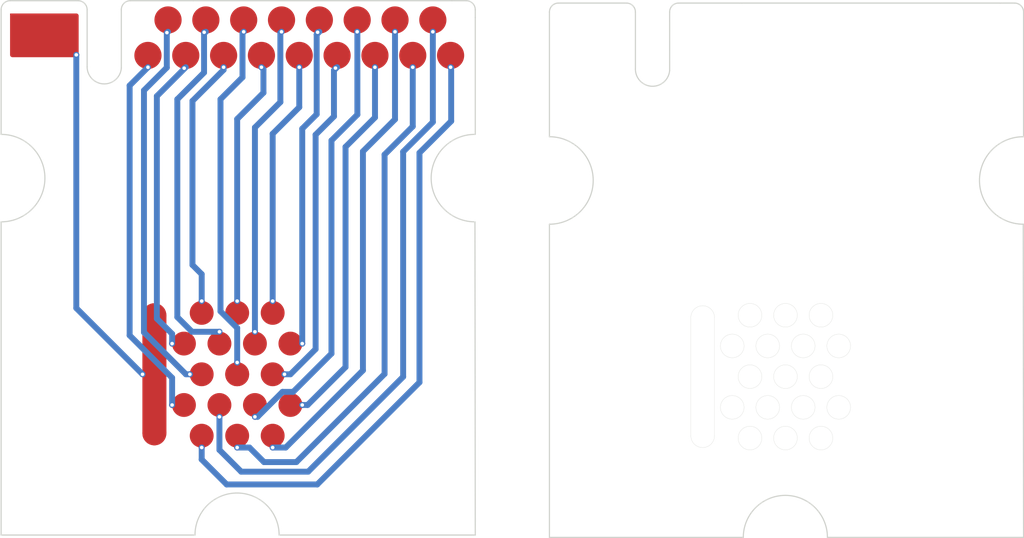
<source format=kicad_pcb>
(kicad_pcb (version 20221018) (generator pcbnew)

  (general
    (thickness 1.6)
  )

  (paper "A4")
  (layers
    (0 "F.Cu" signal)
    (31 "B.Cu" signal)
    (32 "B.Adhes" user "B.Adhesive")
    (33 "F.Adhes" user "F.Adhesive")
    (34 "B.Paste" user)
    (35 "F.Paste" user)
    (36 "B.SilkS" user "B.Silkscreen")
    (37 "F.SilkS" user "F.Silkscreen")
    (38 "B.Mask" user)
    (39 "F.Mask" user)
    (40 "Dwgs.User" user "User.Drawings")
    (41 "Cmts.User" user "User.Comments")
    (42 "Eco1.User" user "User.Eco1")
    (43 "Eco2.User" user "User.Eco2")
    (44 "Edge.Cuts" user)
    (45 "Margin" user)
    (46 "B.CrtYd" user "B.Courtyard")
    (47 "F.CrtYd" user "F.Courtyard")
    (48 "B.Fab" user)
    (49 "F.Fab" user)
    (50 "User.1" user)
    (51 "User.2" user)
    (52 "User.3" user)
    (53 "User.4" user)
    (54 "User.5" user)
    (55 "User.6" user)
    (56 "User.7" user)
    (57 "User.8" user)
    (58 "User.9" user)
  )

  (setup
    (pad_to_mask_clearance 0)
    (aux_axis_origin 40 40)
    (pcbplotparams
      (layerselection 0x00010fc_ffffffff)
      (plot_on_all_layers_selection 0x0000000_00000000)
      (disableapertmacros false)
      (usegerberextensions false)
      (usegerberattributes true)
      (usegerberadvancedattributes true)
      (creategerberjobfile true)
      (dashed_line_dash_ratio 12.000000)
      (dashed_line_gap_ratio 3.000000)
      (svgprecision 4)
      (plotframeref false)
      (viasonmask false)
      (mode 1)
      (useauxorigin false)
      (hpglpennumber 1)
      (hpglpenspeed 20)
      (hpglpendiameter 15.000000)
      (dxfpolygonmode true)
      (dxfimperialunits true)
      (dxfusepcbnewfont true)
      (psnegative false)
      (psa4output false)
      (plotreference true)
      (plotvalue true)
      (plotinvisibletext false)
      (sketchpadsonfab false)
      (subtractmaskfromsilk false)
      (outputformat 1)
      (mirror false)
      (drillshape 1)
      (scaleselection 1)
      (outputdirectory "")
    )
  )

  (net 0 "")

  (gr_circle (center 42.624 26.51) (end 43.124 26.51)
    (stroke (width 0.15) (type solid)) (fill solid) (layer "F.Cu") (tstamp 0ab5a390-7f32-42db-bea1-5d3f72ddaa9c))
  (gr_circle (center 43.473 25.01) (end 43.973 25.01)
    (stroke (width 0.15) (type solid)) (fill solid) (layer "F.Cu") (tstamp 0f1df783-eab7-41b7-9186-18afe7f4c887))
  (gr_circle (center 38.676 25.01) (end 39.176 25.01)
    (stroke (width 0.15) (type solid)) (fill solid) (layer "F.Cu") (tstamp 13fa1330-ec54-48cd-a31d-f498ceec183e))
  (gr_circle (center 37.75 41.299) (end 38.25 41.299)
    (stroke (width 0.01) (type solid)) (fill solid) (layer "F.Cu") (tstamp 2d4684a3-a90b-41d6-afd7-a68ca4a24bb2))
  (gr_circle (center 39.25 38.701) (end 39.75 38.701)
    (stroke (width 0.01) (type solid)) (fill solid) (layer "F.Cu") (tstamp 3317958e-8c46-46f7-8a3d-86b4a73bdbcf))
  (gr_circle (center 40 40) (end 40.5 40)
    (stroke (width 0.01) (type solid)) (fill solid) (layer "F.Cu") (tstamp 3b07295a-22a8-4d0d-b198-acfd80c61e8b))
  (gr_circle (center 42.25 41.299) (end 42.75 41.299)
    (stroke (width 0.01) (type solid)) (fill solid) (layer "F.Cu") (tstamp 3cd3c6f2-eac8-4a1d-b88a-28ddc42bd409))
  (gr_circle (center 40.75 41.299) (end 41.25 41.299)
    (stroke (width 0.01) (type solid)) (fill solid) (layer "F.Cu") (tstamp 4486477c-d069-45fd-baf4-f105cb35c410))
  (gr_circle (center 40 37.402) (end 40.5 37.402)
    (stroke (width 0.01) (type solid)) (fill solid) (layer "F.Cu") (tstamp 46c26887-28f4-4342-a940-ac933c448677))
  (gr_line (start 36 42.5) (end 36 37.5)
    (stroke (width 0.01) (type solid)) (layer "F.Cu") (tstamp 613a674a-d12e-4075-9a4b-734d84093b60))
  (gr_circle (center 36.5 42.5) (end 37 42.5)
    (stroke (width 0.01) (type solid)) (fill solid) (layer "F.Cu") (tstamp 6199833d-ab3a-4e19-b650-a5fca074fbef))
  (gr_circle (center 39.25 41.299) (end 39.75 41.299)
    (stroke (width 0.01) (type solid)) (fill solid) (layer "F.Cu") (tstamp 61a44182-48ff-4b3a-974f-6b67acf3cff4))
  (gr_circle (center 40 40) (end 40.5 40)
    (stroke (width 0.01) (type solid)) (fill solid) (layer "F.Cu") (tstamp 639ed23a-1702-4f4b-bb7c-34869e9fa5ff))
  (gr_circle (center 40 42.598) (end 40.5 42.598)
    (stroke (width 0.01) (type solid)) (fill solid) (layer "F.Cu") (tstamp 64e1f192-0d17-490c-bb28-a958ecc247c5))
  (gr_circle (center 45.072 25.01) (end 45.572 25.01)
    (stroke (width 0.15) (type solid)) (fill solid) (layer "F.Cu") (tstamp 6ed69ff0-01ca-4484-9f1a-65d4587ad6e2))
  (gr_circle (center 40.75 38.701) (end 41.25 38.701)
    (stroke (width 0.01) (type solid)) (fill solid) (layer "F.Cu") (tstamp 6fe00a41-2b9a-40e5-9b2a-701c38a9658c))
  (gr_circle (center 37.077 25.01) (end 37.577 25.01)
    (stroke (width 0.15) (type solid)) (fill solid) (layer "F.Cu") (tstamp 6fe9f6b9-13dd-4631-b910-235120eb291a))
  (gr_circle (center 42.25 38.701) (end 42.75 38.701)
    (stroke (width 0.01) (type solid)) (fill solid) (layer "F.Cu") (tstamp 729efd1b-bf2b-4330-9c4d-749e97904f21))
  (gr_circle (center 47.421 26.51) (end 47.921 26.51)
    (stroke (width 0.15) (type solid)) (fill solid) (layer "F.Cu") (tstamp 77448c77-45e3-473e-8c45-6ef227a005ef))
  (gr_circle (center 49.02 26.51) (end 49.52 26.51)
    (stroke (width 0.15) (type solid)) (fill solid) (layer "F.Cu") (tstamp 787e399b-5771-4283-8a1d-9972ca91507f))
  (gr_circle (center 45.822 26.51) (end 46.322 26.51)
    (stroke (width 0.15) (type solid)) (fill solid) (layer "F.Cu") (tstamp 7a379c50-06a1-47c7-883b-da5a803a1ba4))
  (gr_circle (center 37.75 38.701) (end 38.25 38.701)
    (stroke (width 0.01) (type solid)) (fill solid) (layer "F.Cu") (tstamp 7b9a1051-2d17-4f72-be1a-211b8693f8a7))
  (gr_rect (start 30.5 24.835) (end 33.2 26.485)
    (stroke (width 0.2) (type solid)) (fill solid) (layer "F.Cu") (tstamp 7d1a8a28-2f2e-4365-900b-1bcf7e731e18))
  (gr_circle (center 38.5 40) (end 39 40)
    (stroke (width 0.01) (type solid)) (fill solid) (layer "F.Cu") (tstamp 88a27ef4-cd35-4d57-94e1-85dd25e7ab2b))
  (gr_circle (center 36.5 37.5) (end 37 37.5)
    (stroke (width 0.01) (type solid)) (fill solid) (layer "F.Cu") (tstamp 89ec6a03-9842-4202-9124-57b67e71c147))
  (gr_circle (center 40.275 25.01) (end 40.775 25.01)
    (stroke (width 0.15) (type solid)) (fill solid) (layer "F.Cu") (tstamp 89ffdd3b-a2fc-40a9-9c0d-e60446d275da))
  (gr_rect (start 36 37.5) (end 37 42.5)
    (stroke (width 0.01) (type solid)) (fill solid) (layer "F.Cu") (tstamp 90bc5257-a7a6-4927-a496-6be14e0f57fa))
  (gr_circle (center 38.5 42.598) (end 39 42.598)
    (stroke (width 0.01) (type solid)) (fill solid) (layer "F.Cu") (tstamp 9db5929f-5ee2-431f-ab36-a2847027e6cb))
  (gr_circle (center 41.025 26.51) (end 41.525 26.51)
    (stroke (width 0.15) (type solid)) (fill solid) (layer "F.Cu") (tstamp a45c3bff-1196-4d40-b83d-ae49bd56f0d6))
  (gr_circle (center 41.5 42.598) (end 42 42.598)
    (stroke (width 0.01) (type solid)) (fill solid) (layer "F.Cu") (tstamp b5afcdfc-4b34-496f-8f3b-575f4c5091ac))
  (gr_circle (center 44.223 26.51) (end 44.723 26.51)
    (stroke (width 0.15) (type solid)) (fill solid) (layer "F.Cu") (tstamp c690a854-69d8-4ae1-8bbe-b97ab7970a12))
  (gr_arc (start 36 37.5) (mid 36.5 37) (end 37 37.5)
    (stroke (width 0.01) (type solid)) (layer "F.Cu") (tstamp c6b40d86-d886-498c-ae71-26ee1907a526))
  (gr_circle (center 48.27 25.01) (end 48.77 25.01)
    (stroke (width 0.15) (type solid)) (fill solid) (layer "F.Cu") (tstamp c9ec0e78-7ffa-4d23-a17b-a90d8880a638))
  (gr_circle (center 41.5 40) (end 42 40)
    (stroke (width 0.01) (type solid)) (fill solid) (layer "F.Cu") (tstamp d04fccdc-5284-492a-8a8d-85ce9def7953))
  (gr_circle (center 37.827 26.51) (end 38.327 26.51)
    (stroke (width 0.15) (type solid)) (fill solid) (layer "F.Cu") (tstamp d4eaafcb-a69a-493e-9a1f-8b1039751556))
  (gr_circle (center 41.874 25.01) (end 42.374 25.01)
    (stroke (width 0.15) (type solid)) (fill solid) (layer "F.Cu") (tstamp dbc6f8fc-6818-470d-afa4-47ba388e593b))
  (gr_circle (center 36.228 26.51) (end 36.728 26.51)
    (stroke (width 0.15) (type solid)) (fill solid) (layer "F.Cu") (tstamp dc7f6cab-fb9e-4f22-a4d6-b413ace39ad8))
  (gr_circle (center 38.5 37.402) (end 39 37.402)
    (stroke (width 0.01) (type solid)) (fill solid) (layer "F.Cu") (tstamp dcf9280b-f173-41b5-882a-e1c0a38df7dc))
  (gr_circle (center 46.671 25.01) (end 47.171 25.01)
    (stroke (width 0.15) (type solid)) (fill solid) (layer "F.Cu") (tstamp e27bba5a-5693-4b06-a383-0cc53614919d))
  (gr_circle (center 39.426 26.51) (end 39.926 26.51)
    (stroke (width 0.15) (type solid)) (fill solid) (layer "F.Cu") (tstamp e87cf959-b20c-4e79-94d4-5b6a71b3f0fc))
  (gr_circle (center 41.5 37.402) (end 42 37.402)
    (stroke (width 0.01) (type solid)) (fill solid) (layer "F.Cu") (tstamp f104c693-3b03-4dcc-912f-ad7cf99eb188))
  (gr_line (start 37 37.5) (end 37 42.5)
    (stroke (width 0.01) (type solid)) (layer "F.Cu") (tstamp f3cf7878-35be-4e55-9507-af0956dd62ef))
  (gr_arc (start 37 42.5) (mid 36.5 43) (end 36 42.5)
    (stroke (width 0.01) (type solid)) (layer "F.Cu") (tstamp fb509e6a-6af3-458f-abca-c84eb0f4b8db))
  (gr_rect (start 30.075 24.265) (end 49.995 46.75)
    (stroke (width 0.2) (type solid)) (fill solid) (layer "F.Mask") (tstamp abd90e40-12e9-4437-a904-f4d2927e274b))
  (gr_line (start 49.68256 24.1948) (end 49.07296 24.1948)
    (stroke (width 0.05) (type solid)) (layer "Edge.Cuts") (tstamp 00c33dfb-dabc-4632-910f-6f4ebe75694f))
  (gr_circle (center 63.175 40.1) (end 63.675 40.1)
    (stroke (width 0.01) (type solid)) (fill none) (layer "Edge.Cuts") (tstamp 04b9b528-47ed-48a7-9996-7e49435f663b))
  (gr_line (start 38.15096 24.1948) (end 49.07296 24.1948)
    (stroke (width 0.05) (type solid)) (layer "Edge.Cuts") (tstamp 087c46f1-f4f6-46bd-8f4e-b291717f5247))
  (gr_line (start 35.48396 24.1948) (end 38.15096 24.1948)
    (stroke (width 0.05) (type solid)) (layer "Edge.Cuts") (tstamp 0a63bec0-7c43-42b5-9620-c55acca29b4f))
  (gr_line (start 73.23856 46.9008) (end 64.948 46.9008)
    (stroke (width 0.05) (type solid)) (layer "Edge.Cuts") (tstamp 0c61146c-7997-4c2b-949d-c47e9668d9d7))
  (gr_circle (center 60.925 38.801) (end 61.425 38.801)
    (stroke (width 0.01) (type solid)) (fill none) (layer "Edge.Cuts") (tstamp 10992846-48bd-4987-81fb-13f81bc389a6))
  (gr_arc (start 50.05 33.55) (mid 48.2 31.7) (end 50.05 29.85)
    (stroke (width 0.05) (type default)) (layer "Edge.Cuts") (tstamp 17d840b1-1c0e-4d3b-8ae5-1ea7d9a2dd2f))
  (gr_circle (center 64.675 40.1) (end 65.175 40.1)
    (stroke (width 0.01) (type solid)) (fill none) (layer "Edge.Cuts") (tstamp 1e2eb646-259a-4815-9aba-e9dac4ddea19))
  (gr_line (start 38.217 46.8008) (end 30.02296 46.8008)
    (stroke (width 0.05) (type solid)) (layer "Edge.Cuts") (tstamp 1f9c1da7-2660-4ff6-b7f9-6856fa39c4cf))
  (gr_arc (start 35.10296 24.5758) (mid 35.214544 24.306384) (end 35.48396 24.1948)
    (stroke (width 0.05) (type solid)) (layer "Edge.Cuts") (tstamp 26db0bab-37fe-49f5-9bab-597917e2b9b5))
  (gr_circle (center 61.675 40.1) (end 62.175 40.1)
    (stroke (width 0.01) (type solid)) (fill none) (layer "Edge.Cuts") (tstamp 2a51ae11-fdee-4dde-8127-66bbdb31915e))
  (gr_arc (start 35.103535 27.044641) (mid 34.354933 27.71471) (end 33.6577 26.99134)
    (stroke (width 0.05) (type solid)) (layer "Edge.Cuts") (tstamp 2b30ac86-295b-405d-87d0-0ba5f65e94bd))
  (gr_arc (start 61.392 46.9008) (mid 63.17 45.1228) (end 64.948 46.9008)
    (stroke (width 0.05) (type solid)) (layer "Edge.Cuts") (tstamp 2c2abc2b-ad43-47ec-b2e9-0dc0bad93d25))
  (gr_arc (start 58.278535 27.144641) (mid 57.529933 27.814711) (end 56.8327 27.09134)
    (stroke (width 0.05) (type solid)) (layer "Edge.Cuts") (tstamp 2cfa752b-ccdd-46e2-ab30-6bd049c1a9d4))
  (gr_line (start 50.06356 24.906) (end 50.06356 29.85)
    (stroke (width 0.05) (type solid)) (layer "Edge.Cuts") (tstamp 2cfc699f-03b1-4221-a75f-04954db1bcb5))
  (gr_arc (start 30.02296 24.5758) (mid 30.134544 24.306384) (end 30.40396 24.1948)
    (stroke (width 0.05) (type solid)) (layer "Edge.Cuts") (tstamp 2ef3a49f-5502-41cc-aa34-afdc4a3ca166))
  (gr_line (start 59.175 42.6) (end 59.175 37.6)
    (stroke (width 0.01) (type solid)) (layer "Edge.Cuts") (tstamp 327220ef-6b74-4f65-8ef7-b2cbd0a6fb9b))
  (gr_circle (center 63.925 38.801) (end 64.425 38.801)
    (stroke (width 0.01) (type solid)) (fill none) (layer "Edge.Cuts") (tstamp 37043eb0-e3a0-455c-96ed-25cb6ca66bc7))
  (gr_line (start 50.05 33.55) (end 50.06356 46.8008)
    (stroke (width 0.05) (type solid)) (layer "Edge.Cuts") (tstamp 47e37cd1-5ae1-42db-9628-6ec2e0dad327))
  (gr_line (start 53.19796 33.650394) (end 53.19796 46.9008)
    (stroke (width 0.05) (type solid)) (layer "Edge.Cuts") (tstamp 4e30008d-e88c-40c7-9735-5587a5552d15))
  (gr_arc (start 49.68256 24.1948) (mid 49.951988 24.306372) (end 50.06356 24.5758)
    (stroke (width 0.05) (type solid)) (layer "Edge.Cuts") (tstamp 51f96a6c-1d24-4246-aa69-3cf6745c006f))
  (gr_circle (center 62.425 38.801) (end 62.925 38.801)
    (stroke (width 0.01) (type solid)) (fill none) (layer "Edge.Cuts") (tstamp 581876e5-06a5-4c81-acc2-bdd64fa699c9))
  (gr_circle (center 60.925 41.399) (end 61.425 41.399)
    (stroke (width 0.01) (type solid)) (fill none) (layer "Edge.Cuts") (tstamp 5c6eec14-2574-4f32-aa83-fae2b0df3db5))
  (gr_line (start 61.392 46.9008) (end 53.19796 46.9008)
    (stroke (width 0.05) (type solid)) (layer "Edge.Cuts") (tstamp 5e10f401-e1fd-4441-8644-5f005797d69e))
  (gr_circle (center 65.425 41.399) (end 65.925 41.399)
    (stroke (width 0.01) (type solid)) (fill none) (layer "Edge.Cuts") (tstamp 646b390f-7585-42b7-850a-e91c432e4f35))
  (gr_arc (start 60.175 42.6) (mid 59.675 43.1) (end 59.175 42.6)
    (stroke (width 0.01) (type solid)) (layer "Edge.Cuts") (tstamp 6495a224-9e64-4e93-8197-cf08b4ebd1f1))
  (gr_circle (center 61.675 37.502) (end 62.175 37.502)
    (stroke (width 0.01) (type solid)) (fill none) (layer "Edge.Cuts") (tstamp 66538d85-b984-443c-ab62-be0fea322cdc))
  (gr_line (start 61.32596 24.2948) (end 72.24796 24.2948)
    (stroke (width 0.05) (type solid)) (layer "Edge.Cuts") (tstamp 6998db18-b364-42fb-a3fd-ac9007189e12))
  (gr_arc (start 59.175 37.6) (mid 59.675 37.1) (end 60.175 37.6)
    (stroke (width 0.01) (type solid)) (layer "Edge.Cuts") (tstamp 69ef046e-c0b1-436a-b8d2-225a18972052))
  (gr_line (start 60.175 37.6) (end 60.175 42.6)
    (stroke (width 0.01) (type solid)) (layer "Edge.Cuts") (tstamp 738a2936-4f09-4437-8cbc-ea8943e970af))
  (gr_line (start 73.23856 25.006) (end 73.23856 24.6758)
    (stroke (width 0.05) (type solid)) (layer "Edge.Cuts") (tstamp 7ae53f53-01e5-4291-bad2-d80f4d89ccad))
  (gr_circle (center 64.675 37.502) (end 65.175 37.502)
    (stroke (width 0.01) (type solid)) (fill none) (layer "Edge.Cuts") (tstamp 7c890099-d097-4638-aa50-577e359e7f50))
  (gr_arc (start 53.19796 24.6758) (mid 53.309565 24.406405) (end 53.57896 24.2948)
    (stroke (width 0.05) (type solid)) (layer "Edge.Cuts") (tstamp 81529c26-b377-4e4a-a6dd-e92711e0c1e8))
  (gr_arc (start 30.02296 29.85) (mid 31.873157 31.700197) (end 30.02296 33.550394)
    (stroke (width 0.05) (type default)) (layer "Edge.Cuts") (tstamp 83b358b7-d6a7-439a-bb77-d03b721a77dd))
  (gr_line (start 58.65896 24.2948) (end 61.32596 24.2948)
    (stroke (width 0.05) (type solid)) (layer "Edge.Cuts") (tstamp 8423564d-9981-4a0a-b703-2781d30a66ba))
  (gr_arc (start 53.19796 29.95) (mid 55.04816 31.800197) (end 53.19796 33.650394)
    (stroke (width 0.05) (type default)) (layer "Edge.Cuts") (tstamp 849d52ff-014b-410a-a62d-c1d0e6508ffe))
  (gr_line (start 50.06356 24.906) (end 50.06356 24.5758)
    (stroke (width 0.05) (type solid)) (layer "Edge.Cuts") (tstamp 8719bb8b-80a5-40de-bb9e-78359055538e))
  (gr_circle (center 62.425 41.399) (end 62.925 41.399)
    (stroke (width 0.01) (type solid)) (fill none) (layer "Edge.Cuts") (tstamp 88cf3d56-248e-4837-aa85-ced8901d5ea6))
  (gr_line (start 72.85756 24.2948) (end 72.24796 24.2948)
    (stroke (width 0.05) (type solid)) (layer "Edge.Cuts") (tstamp 8b85a913-0142-4a1c-8311-85fb3c81f7fb))
  (gr_line (start 30.02296 24.5758) (end 30.02296 29.85)
    (stroke (width 0.05) (type solid)) (layer "Edge.Cuts") (tstamp 8f8a61e4-1147-4e6c-8a8b-e7476d5b6634))
  (gr_line (start 53.19796 24.6758) (end 53.19796 29.95)
    (stroke (width 0.05) (type solid)) (layer "Edge.Cuts") (tstamp 9366ec10-187f-4a7d-a5d8-1f631f61f5a4))
  (gr_line (start 33.2767 24.1948) (end 30.40396 24.1948)
    (stroke (width 0.05) (type solid)) (layer "Edge.Cuts") (tstamp 955f73a8-2fe2-41a4-be47-c11cbdcc68bf))
  (gr_line (start 33.6577 26.99134) (end 33.6577 24.5758)
    (stroke (width 0.05) (type solid)) (layer "Edge.Cuts") (tstamp 98ac4973-f812-45a3-85ed-fd5883bdd848))
  (gr_line (start 35.103535 27.044641) (end 35.10296 24.5758)
    (stroke (width 0.05) (type solid)) (layer "Edge.Cuts") (tstamp a2e2d756-dfee-481b-b9af-302140790258))
  (gr_circle (center 64.675 42.698) (end 65.175 42.698)
    (stroke (width 0.01) (type solid)) (fill none) (layer "Edge.Cuts") (tstamp a40919f5-bac7-47b9-b670-05f273e81778))
  (gr_arc (start 72.85756 24.2948) (mid 73.126974 24.406386) (end 73.23856 24.6758)
    (stroke (width 0.05) (type solid)) (layer "Edge.Cuts") (tstamp abf6d726-7958-43ad-89a5-13321559416b))
  (gr_arc (start 33.2767 24.1948) (mid 33.546108 24.306392) (end 33.6577 24.5758)
    (stroke (width 0.05) (type solid)) (layer "Edge.Cuts") (tstamp be18558c-2efa-4ef3-b223-fcbb5ed5318b))
  (gr_circle (center 63.175 42.698) (end 63.675 42.698)
    (stroke (width 0.01) (type solid)) (fill none) (layer "Edge.Cuts") (tstamp c06a37df-b609-4d95-9560-e04f59fed53c))
  (gr_line (start 73.225 33.650049) (end 73.23856 46.9008)
    (stroke (width 0.05) (type solid)) (layer "Edge.Cuts") (tstamp c23835f4-ac0e-47dd-8be1-35e4dc4001bf))
  (gr_circle (center 61.675 42.698) (end 62.175 42.698)
    (stroke (width 0.01) (type solid)) (fill none) (layer "Edge.Cuts") (tstamp c4bf0bfb-12a9-472c-8432-588d9d84fb92))
  (gr_line (start 56.4517 24.2948) (end 53.57896 24.2948)
    (stroke (width 0.05) (type solid)) (layer "Edge.Cuts") (tstamp ca3e2f6e-edb9-495d-aa3e-bd9b430432e8))
  (gr_arc (start 56.4517 24.2948) (mid 56.721108 24.406392) (end 56.8327 24.6758)
    (stroke (width 0.05) (type solid)) (layer "Edge.Cuts") (tstamp d2dc5320-807f-46f7-a8c6-b85f310ac817))
  (gr_line (start 73.23856 25.006) (end 73.23856 29.95)
    (stroke (width 0.05) (type solid)) (layer "Edge.Cuts") (tstamp d4708215-bcbb-42e0-89fb-d665c7299ab5))
  (gr_arc (start 73.225 33.650049) (mid 71.374951 31.8) (end 73.225 29.949951)
    (stroke (width 0.05) (type default)) (layer "Edge.Cuts") (tstamp d59a6692-a491-45df-9b5d-f95174db2500))
  (gr_circle (center 65.425 38.801) (end 65.925 38.801)
    (stroke (width 0.01) (type solid)) (fill none) (layer "Edge.Cuts") (tstamp d98e2992-f9d3-483e-8628-5ae7a7e9fd13))
  (gr_arc (start 38.217 46.8008) (mid 39.995 45.0228) (end 41.773 46.8008)
    (stroke (width 0.05) (type solid)) (layer "Edge.Cuts") (tstamp db17bb16-e3cc-4166-8ec8-291f4c532999))
  (gr_arc (start 58.27796 24.6758) (mid 58.389565 24.406405) (end 58.65896 24.2948)
    (stroke (width 0.05) (type solid)) (layer "Edge.Cuts") (tstamp dd6f67c5-674d-4564-843a-57ead2be8436))
  (gr_circle (center 63.175 37.502) (end 63.675 37.502)
    (stroke (width 0.01) (type solid)) (fill none) (layer "Edge.Cuts") (tstamp e89fcf88-d441-452c-b8fb-932977e9cd19))
  (gr_line (start 30.02296 33.550394) (end 30.02296 46.8008)
    (stroke (width 0.05) (type solid)) (layer "Edge.Cuts") (tstamp ea8803aa-dc02-4564-9d80-1425b48cb80e))
  (gr_line (start 58.278535 27.144641) (end 58.27796 24.6758)
    (stroke (width 0.05) (type solid)) (layer "Edge.Cuts") (tstamp edf7bf7c-ed13-4498-b185-8ec52bd29b28))
  (gr_circle (center 63.925 41.399) (end 64.425 41.399)
    (stroke (width 0.01) (type solid)) (fill none) (layer "Edge.Cuts") (tstamp eed4f1aa-1e3a-4db0-a2df-fb09595c7956))
  (gr_line (start 56.8327 27.09134) (end 56.8327 24.6758)
    (stroke (width 0.05) (type solid)) (layer "Edge.Cuts") (tstamp f3ccedb0-ab2e-43b5-8e38-09efa54cadbb))
  (gr_line (start 50.06356 46.8008) (end 41.773 46.8008)
    (stroke (width 0.05) (type solid)) (layer "Edge.Cuts") (tstamp feadd32e-d611-408a-9952-e6e21b732f1d))
  (gr_line (start 66.175 37.1) (end 67.675 35.6)
    (stroke (width 0.01) (type default)) (layer "User.8") (tstamp 00f891f8-9fb6-486f-b6b9-526b609c54d8))
  (gr_rect (start 36 36) (end 37 37)
    (stroke (width 0.01) (type default)) (fill none) (layer "User.8") (tstamp 03719ffe-d9d8-4910-ab3d-89ffa7969a95))
  (gr_line (start 37.05 42.95) (end 35.5 44.5)
    (stroke (width 0.01) (type default)) (layer "User.8") (tstamp 04408d2b-a0e3-4640-b719-7b512641490b))
  (gr_circle (center 40 41.5) (end 40 40)
    (stroke (width 0.01) (type default)) (fill none) (layer "User.8") (tstamp 0695d678-bc77-4306-b08d-4f9a93c4dbea))
  (gr_line (start 66.175 43.1) (end 67.675 44.6)
    (stroke (width 0.01) (type default)) (layer "User.8") (tstamp 0b7472bc-fd53-4d12-9ec7-2b360e261232))
  (gr_line (start 73.225 31.805) (end 53.225 31.805)
    (stroke (width 0.01) (type default)) (layer "User.8") (tstamp 12ebfd98-5ec2-4779-be84-1af9c0b06505))
  (gr_line (start 63.175 40.1) (end 64.675 40.1)
    (stroke (width 0.01) (type default)) (layer "User.8") (tstamp 171ce65f-9360-4ef6-99f4-9945603f9bea))
  (gr_rect (start 43 36) (end 44 37)
    (stroke (width 0.01) (type default)) (fill none) (layer "User.8") (tstamp 17b012ac-c352-442e-af9e-4015b5c22218))
  (gr_line (start 59.675 36.6) (end 59.675 43.6)
    (stroke (width 0.01) (type default)) (layer "User.8") (tstamp 19cb3c63-97a9-4dd4-b134-116db5f69826))
  (gr_circle (center 63.175 41.6) (end 63.175 40.1)
    (stroke (width 0.01) (type default)) (fill none) (layer "User.8") (tstamp 1b23552a-2a33-431f-8c2c-7ca447798534))
  (gr_line (start 60.225 43.05) (end 58.675 44.6)
    (stroke (width 0.01) (type default)) (layer "User.8") (tstamp 1d312ca7-7b2d-404d-a117-bab097663382))
  (gr_rect (start 59.175 43.6) (end 59.675 44.1)
    (stroke (width 0.01) (type default)) (fill none) (layer "User.8") (tstamp 1f9538e7-af97-4ae8-8219-0b48d31fbec2))
  (gr_line (start 36 37) (end 36 43)
    (stroke (width 0.01) (type dash)) (layer "User.8") (tstamp 24ca5d86-72b7-488b-9de2-95d8a22459b4))
  (gr_rect (start 43 43) (end 44 44)
    (stroke (width 0.01) (type default)) (fill none) (layer "User.8") (tstamp 27ba9323-d9e9-4d1d-b8ca-3918024417b4))
  (gr_line (start 43 36) (end 37 36)
    (stroke (width 0.01) (type dash)) (layer "User.8") (tstamp 28aac5fa-6a33-4877-8496-8024d48cfb77))
  (gr_line (start 44 43) (end 44 37)
    (stroke (width 0.01) (type dash)) (layer "User.8") (tstamp 2aacbb20-a7d6-4835-85dd-3b57ba4bd471))
  (gr_rect (start 59.175 43.1) (end 60.175 44.1)
    (stroke (width 0.01) (type default)) (fill none) (layer "User.8") (tstamp 33e412b3-11c9-4401-92d3-8913a86cfd99))
  (gr_line (start 59.175 37.1) (end 59.175 43.1)
    (stroke (width 0.01) (type dash)) (layer "User.8") (tstamp 38d92ba2-3b81-4c27-9de3-64d6ca0f8d90))
  (gr_rect (start 59.175 36.1) (end 60.175 37.1)
    (stroke (width 0.01) (type default)) (fill none) (layer "User.8") (tstamp 3950014f-995d-4f9a-80b2-44e79eae2ba4))
  (gr_rect (start 43.5 35.5) (end 44.5 36.5)
    (stroke (width 0.01) (type default)) (fill none) (layer "User.8") (tstamp 397088c7-4ff9-4db3-9982-9df57787f57e))
  (gr_line (start 60.175 43.1) (end 66.175 37.1)
    (stroke (width 0.01) (type default)) (layer "User.8") (tstamp 3e7f35de-295b-4a15-b9fa-11c7cf6ec0c9))
  (gr_line (start 60.175 37.1) (end 66.175 43.1)
    (stroke (width 0.01) (type default)) (layer "User.8") (tstamp 40098953-78c3-4593-972a-c43a663f8bac))
  (gr_rect (start 35 44) (end 36 45)
    (stroke (width 0.01) (type solid)) (fill none) (layer "User.8") (tstamp 41687b20-b46d-461e-af5f-1441ab356770))
  (gr_line (start 43.5 43.5) (end 36.5 43.5)
    (stroke (width 0.01) (type default)) (layer "User.8") (tstamp 4246dd8c-70de-4c26-b494-db8056c6f3b9))
  (gr_rect (start 37 37) (end 43 43)
    (stroke (width 0.01) (type default)) (fill none) (layer "User.8") (tstamp 4954d53d-c6e1-4bf2-8a0f-b30bd57628d5))
  (gr_line (start 66.675 43.6) (end 66.675 36.6)
    (stroke (width 0.01) (type default)) (layer "User.8") (tstamp 4e60fe18-4ee7-4471-af6b-a9ab9004722b))
  (gr_rect (start 35.5 35.5) (end 36.5 36.5)
    (stroke (width 0.01) (type default)) (fill none) (layer "User.8") (tstamp 529be5be-1328-4122-bfc5-770e251779de))
  (gr_circle (center 40 38.5) (end 40 40)
    (stroke (width 0.01) (type default)) (fill none) (layer "User.8") (tstamp 532f6ac4-57d8-4816-99f9-66411e438a3a))
  (gr_rect (start 35.5 43.5) (end 36.5 44.5)
    (stroke (width 0.01) (type default)) (fill none) (layer "User.8") (tstamp 5380b2a4-46d2-4dbb-8421-abae45170044))
  (gr_rect (start 43.5 43.5) (end 44.5 44.5)
    (stroke (width 0.01) (type default)) (fill none) (layer "User.8") (tstamp 5383aa57-4f81-4e7f-9463-a8c46fbc1637))
  (gr_circle (center 63.175 38.6) (end 63.175 40.1)
    (stroke (width 0.01) (type default)) (fill none) (layer "User.8") (tstamp 594465e2-ad18-45fd-a5ec-d593edbb9007))
  (gr_line (start 37 43) (end 43 37)
    (stroke (width 0.01) (type default)) (layer "User.8") (tstamp 5e514eaa-12bc-421a-b091-6f2491c95c55))
  (gr_line (start 60.175 37.1) (end 58.675 35.6)
    (stroke (width 0.01) (type default)) (layer "User.8") (tstamp 636a7803-0211-42b3-84ce-35958533c998))
  (gr_line (start 67.175 36.6) (end 59.175 36.6)
    (stroke (width 0.01) (type default)) (layer "User.8") (tstamp 645ef348-0aea-4013-a541-fb16e5aa677b))
  (gr_line (start 37 37) (end 35.5 35.5)
    (stroke (width 0.01) (type default)) (layer "User.8") (tstamp 68229389-7c43-49fa-abf9-1f86f0def038))
  (gr_line (start 37 37) (end 43 43)
    (stroke (width 0.01) (type default)) (layer "User.8") (tstamp 687cf63e-fca5-4bed-b357-e235cb43a09b))
  (gr_line (start 60.175 44.1) (end 66.175 44.1)
    (stroke (width 0.01) (type dash)) (layer "User.8") (tstamp 6aa54c98-ca19-4a91-a95e-cd60cf054750))
  (gr_line (start 43.5 43.5) (end 43.5 36.5)
    (stroke (width 0.01) (type default)) (layer "User.8") (tstamp 6f1bf785-56c1-4191-827a-8710ffd3ed11))
  (gr_rect (start 36 43.5) (end 36.5 44)
    (stroke (width 0.01) (type default)) (fill none) (layer "User.8") (tstamp 6ffc874a-4ccf-49e7-ac34-b614182905c0))
  (gr_line (start 66.675 43.6) (end 59.675 43.6)
    (stroke (width 0.01) (type default)) (layer "User.8") (tstamp 713b5528-08df-4fcc-bfce-bc4792894f0e))
  (gr_circle (center 40 40) (end 40.5 40)
    (stroke (width 0.01) (type default)) (fill none) (layer "User.8") (tstamp 717aa851-bdd4-4107-8648-49ecbe328fd7))
  (gr_circle (center 41.5 40) (end 40 40)
    (stroke (width 0.01) (type default)) (fill none) (layer "User.8") (tstamp 71be20d4-824b-410c-b352-8608d8085a1e))
  (gr_rect (start 66.175 43.1) (end 67.175 44.1)
    (stroke (width 0.01) (type default)) (fill none) (layer "User.8") (tstamp 761091a9-c7a8-4e3c-b97e-83ffd4488166))
  (gr_line (start 43 37) (end 44.5 35.5)
    (stroke (width 0.01) (type default)) (layer "User.8") (tstamp 794179b1-0b8f-4fd6-8eca-1ceda4376f96))
  (gr_circle (center 63.175 40.1) (end 64.675 40.1)
    (stroke (width 0.01) (type default)) (fill none) (layer "User.8") (tstamp 86837000-b5fc-46f5-8250-4a1f6a9cc278))
  (gr_rect (start 44 44) (end 45 45)
    (stroke (width 0.01) (type solid)) (fill none) (layer "User.8") (tstamp 89e9fbe5-9d8e-4fa9-8a36-751901a4d0d8))
  (gr_line (start 66.175 36.1) (end 60.175 36.1)
    (stroke (width 0.01) (type dash)) (layer "User.8") (tstamp 8c862177-f437-446b-8a1d-801b3caa9148))
  (gr_rect (start 35 35) (end 36 36)
    (stroke (width 0.01) (type solid)) (fill none) (layer "User.8") (tstamp 940708ec-822e-42cc-9673-ef102eab2f58))
  (gr_rect (start 66.675 35.6) (end 67.675 36.6)
    (stroke (width 0.01) (type default)) (fill none) (layer "User.8") (tstamp a0c0f711-900e-4395-8c73-fa4644819525))
  (gr_circle (center 38.5 40) (end 40 40)
    (stroke (width 0.01) (type default)) (fill none) (layer "User.8") (tstamp b271bdfd-2f69-47b8-9911-ad8067e44927))
  (gr_circle (center 61.675 40.1) (end 63.175 40.1)
    (stroke (width 0.01) (type default)) (fill none) (layer "User.8") (tstamp b434ab47-ccff-48e7-b216-ad9111a18416))
  (gr_line (start 44 36.5) (end 36 36.5)
    (stroke (width 0.01) (type default)) (layer "User.8") (tstamp b80e48f5-c170-4758-bbe6-20047b1e468b))
  (gr_line (start 37 44) (end 43 44)
    (stroke (width 0.01) (type dash)) (layer "User.8") (tstamp b8667d49-4818-447e-a264-9b77f23afb70))
  (gr_rect (start 58.675 35.6) (end 59.675 36.6)
    (stroke (width 0.01) (type default)) (fill none) (layer "User.8") (tstamp b90be22e-3e3c-488d-b3fa-1a3b222dc47b))
  (gr_rect (start 58.175 44.1) (end 59.175 45.1)
    (stroke (width 0.01) (type solid)) (fill none) (layer "User.8") (tstamp ba997a78-0816-4e7b-b0ae-9a5e1652e60c))
  (gr_rect (start 60.175 37.1) (end 66.175 43.1)
    (stroke (width 0.01) (type default)) (fill none) (layer "User.8") (tstamp bc869762-40c6-4008-8cce-204d3509f6ee))
  (gr_rect (start 58.675 43.6) (end 59.675 44.6)
    (stroke (width 0.01) (type default)) (fill none) (layer "User.8") (tstamp bd394fd9-8178-4ab7-b32f-196f323a9a3c))
  (gr_circle (center 63.175 40.1) (end 63.675 40.1)
    (stroke (width 0.01) (type default)) (fill none) (layer "User.8") (tstamp c766873c-28f3-460c-b62f-171b23fedf7d))
  (gr_rect (start 36 43) (end 37 44)
    (stroke (width 0.01) (type default)) (fill none) (layer "User.8") (tstamp ce068642-d304-42a3-8972-90a518cee00b))
  (gr_circle (center 64.675 40.1) (end 63.175 40.1)
    (stroke (width 0.01) (type default)) (fill none) (layer "User.8") (tstamp d953001a-d989-444a-b64e-dfc73b361b7a))
  (gr_rect (start 66.675 43.6) (end 67.675 44.6)
    (stroke (width 0.01) (type default)) (fill none) (layer "User.8") (tstamp e1712179-f9ac-44ba-a4ac-383f7262f8a6))
  (gr_rect (start 67.175 44.1) (end 68.175 45.1)
    (stroke (width 0.01) (type solid)) (fill none) (layer "User.8") (tstamp e1c1d225-f38d-46c5-8172-108201802f05))
  (gr_rect (start 44 35) (end 45 36)
    (stroke (width 0.01) (type solid)) (fill none) (layer "User.8") (tstamp e2d50e1b-bcde-4c90-82b2-5879d239191e))
  (gr_circle (center 40 40) (end 41.5 40)
    (stroke (width 0.01) (type default)) (fill none) (layer "User.8") (tstamp e51c2ddc-3a17-4f03-af00-46a4278f6d74))
  (gr_line (start 50.05 31.705) (end 30.05 31.705)
    (stroke (width 0.01) (type default)) (layer "User.8") (tstamp e564bc10-0a39-49db-bf09-b1303ba33ccb))
  (gr_line (start 40 40) (end 41.5 40)
    (stroke (width 0.01) (type default)) (layer "User.8") (tstamp eae0f485-4a24-4af8-889b-f3bea1e016e8))
  (gr_line (start 36.5 36.5) (end 36.5 43.5)
    (stroke (width 0.01) (type default)) (layer "User.8") (tstamp eecd8390-8531-4391-8352-49b70dbe007b))
  (gr_rect (start 67.175 35.1) (end 68.175 36.1)
    (stroke (width 0.01) (type solid)) (fill none) (layer "User.8") (tstamp f04ade2b-956c-4645-9ab5-aefa8a1dba98))
  (gr_rect (start 66.175 36.1) (end 67.175 37.1)
    (stroke (width 0.01) (type default)) (fill none) (layer "User.8") (tstamp f2e90927-1241-403c-a8cb-566ceb03d67b))
  (gr_line (start 43 43) (end 44.5 44.5)
    (stroke (width 0.01) (type default)) (layer "User.8") (tstamp fad21767-181e-4ac7-9a5a-df93b71aba12))
  (gr_rect (start 58.175 35.1) (end 59.175 36.1)
    (stroke (width 0.01) (type solid)) (fill none) (layer "User.8") (tstamp fb38d64c-22f6-44fb-a33f-79413b5f2f88))
  (gr_line (start 67.175 43.1) (end 67.175 37.1)
    (stroke (width 0.01) (type dash)) (layer "User.8") (tstamp fbad8878-3624-44b8-aa7d-2f8dccffeab7))

  (via blind (at 40.75 41.799) (size 0.25) (drill 0.15) (layers "F.Cu" "B.Cu") (net 0) (tstamp 0581fb2f-04a0-4b64-813b-baa56eb4bf86))
  (via blind (at 45.072 25.51) (size 0.25) (drill 0.15) (layers "F.Cu" "B.Cu") (net 0) (tstamp 0d33a36e-b48c-42d0-b1c7-c03acac37047))
  (via blind (at 42.624 27.01) (size 0.25) (drill 0.15) (layers "F.Cu" "B.Cu") (net 0) (tstamp 0ece6b38-b169-4cff-9507-dc9a8713a462))
  (via blind (at 43.4 25.53) (size 0.25) (drill 0.15) (layers "F.Cu" "B.Cu") (net 0) (tstamp 2164f8b4-6c03-4e72-845f-824bffffb828))
  (via blind (at 42.75 38.701) (size 0.25) (drill 0.15) (layers "F.Cu" "B.Cu") (net 0) (tstamp 273cf857-6d07-444d-b317-624a86559941))
  (via blind (at 40 43.098) (size 0.25) (drill 0.15) (layers "F.Cu" "B.Cu") (net 0) (tstamp 27caaafe-d959-4a7e-b561-311add23353e))
  (via blind (at 37.03 25.545) (size 0.25) (drill 0.15) (layers "F.Cu" "B.Cu") (net 0) (tstamp 27e6f1eb-2b6b-4650-b8ff-298fc8458d9a))
  (via blind (at 33.2 26.485) (size 0.25) (drill 0.15) (layers "F.Cu" "B.Cu") (net 0) (tstamp 2fb97885-b660-4eb1-8768-312211d832af))
  (via blind (at 39.426 27.01) (size 0.25) (drill 0.15) (layers "F.Cu" "B.Cu") (net 0) (tstamp 32cbba1c-f3e7-4d70-8df6-87f07ecb5ab2))
  (via blind (at 41.874 25.51) (size 0.25) (drill 0.15) (layers "F.Cu" "B.Cu") (net 0) (tstamp 349867cd-eb7e-4252-a804-577ea6180ace))
  (via blind (at 38.5 36.902) (size 0.25) (drill 0.15) (layers "F.Cu" "B.Cu") (net 0) (tstamp 398eba6b-c0bb-4bd1-8447-0a917b634c6c))
  (via blind (at 37.25 38.701) (size 0.25) (drill 0.15) (layers "F.Cu" "B.Cu") (net 0) (tstamp 417a9d28-27a6-4aa7-a59e-6abb335b1c17))
  (via blind (at 40.275 25.51) (size 0.25) (drill 0.15) (layers "F.Cu" "B.Cu") (net 0) (tstamp 4c96fc61-e1aa-4809-bb33-d021279c39f9))
  (via blind (at 38 40) (size 0.25) (drill 0.15) (layers "F.Cu" "B.Cu") (net 0) (tstamp 5261c406-484e-4d29-a1e6-1e8392a832aa))
  (via blind (at 48.27 25.51) (size 0.25) (drill 0.15) (layers "F.Cu" "B.Cu") (net 0) (tstamp 540482c9-4bca-4b00-9317-570c4edf0dae))
  (via blind (at 40 39.5) (size 0.25) (drill 0.15) (layers "F.Cu" "B.Cu") (net 0) (tstamp 60a9daa6-b6bf-4f2b-91ba-686567cd858c))
  (via blind (at 41.5 36.902) (size 0.25) (drill 0.15) (layers "F.Cu" "B.Cu") (net 0) (tstamp 6251c188-ee3b-45f6-b380-7ae4eed942c2))
  (via blind (at 42.75 41.299) (size 0.25) (drill 0.15) (layers "F.Cu" "B.Cu") (net 0) (tstamp 646bdeed-6d86-4441-ac9e-b886b9ca5a2b))
  (via blind (at 38.5 43.098) (size 0.25) (drill 0.15) (layers "F.Cu" "B.Cu") (net 0) (tstamp 683bb1f8-6ee9-4450-8ad3-4ecd07669f0a))
  (via blind (at 46.671 25.51) (size 0.25) (drill 0.15) (layers "F.Cu" "B.Cu") (net 0) (tstamp 696db251-945e-42b8-b960-fc25b672197a))
  (via blind (at 45.822 27.01) (size 0.25) (drill 0.15) (layers "F.Cu" "B.Cu") (net 0) (tstamp 6d30bc28-3aa6-457f-b106-51dd0dba90a7))
  (via blind (at 36.228 27.01) (size 0.25) (drill 0.15) (layers "F.Cu" "B.Cu") (net 0) (tstamp 783870fc-b042-4c20-ad7c-31762de4c32a))
  (via blind (at 41.5 43.098) (size 0.25) (drill 0.15) (layers "F.Cu" "B.Cu") (net 0) (tstamp 7e22719d-881d-46bd-a926-b19b2294867c))
  (via blind (at 41.025 27.01) (size 0.25) (drill 0.15) (layers "F.Cu" "B.Cu") (net 0) (tstamp 7e7143ef-7e22-40fb-afaa-3c25d2294bd1))
  (via blind (at 47.421 27.01) (size 0.25) (drill 0.15) (layers "F.Cu" "B.Cu") (net 0) (tstamp 8630f1b1-a210-4f58-b6ff-bca22d723ec1))
  (via blind (at 49.02 27.01) (size 0.25) (drill 0.15) (layers "F.Cu" "B.Cu") (net 0) (tstamp 8be58fda-4624-414b-86d6-1cf6296bb7c2))
  (via blind (at 39.25 38.201) (size 0.25) (drill 0.15) (layers "F.Cu" "B.Cu") (net 0) (tstamp 93709e68-5e2d-4616-8b8a-8d9ecd459369))
  (via blind (at 39.25 41.799) (size 0.25) (drill 0.15) (layers "F.Cu" "B.Cu") (net 0) (tstamp a1f16701-8a9d-43f5-b955-77e84efd2964))
  (via blind (at 44.155 27.045) (size 0.25) (drill 0.15) (layers "F.Cu" "B.Cu") (net 0) (tstamp ab11ac8f-b539-46bb-a86c-3e0978d51ba5))
  (via blind (at 40 36.902) (size 0.25) (drill 0.15) (layers "F.Cu" "B.Cu") (net 0) (tstamp b016ccf4-6dcb-4762-8ed0-f50468dff340))
  (via blind (at 37.25 41.299) (size 0.25) (drill 0.15) (layers "F.Cu" "B.Cu") (net 0) (tstamp c0315b92-e2b4-44b6-bf34-ffc33064df54))
  (via blind (at 38.605 25.53) (size 0.25) (drill 0.15) (layers "F.Cu" "B.Cu") (net 0) (tstamp c808371f-314b-4cb6-a7c5-7b90143e6e02))
  (via blind (at 42 40) (size 0.25) (drill 0.15) (layers "F.Cu" "B.Cu") (net 0) (tstamp dab79f67-1ab9-4800-b16e-f2c6ef02859f))
  (via blind (at 36 40) (size 0.25) (drill 0.15) (layers "F.Cu" "B.Cu") (net 0) (tstamp f69ea979-de30-41ec-bb0d-7c1d17fdf965))
  (via blind (at 40.75 38.201) (size 0.25) (drill 0.15) (layers "F.Cu" "B.Cu") (net 0) (tstamp f7c79b73-cc01-42e3-a019-50f21a62bca9))
  (via blind (at 37.76 27.05) (size 0.25) (drill 0.15) (layers "F.Cu" "B.Cu") (net 0) (tstamp fa629ca3-6925-42fb-8b94-be646d0858f1))
  (segment (start 43.315 29.865) (end 44.09 29.09) (width 0.25) (layer "B.Cu") (net 0) (tstamp 0c428b61-a531-4a4c-96fb-1b93595006c8))
  (segment (start 45.825 27.013) (end 45.822 27.01) (width 0.25) (layer "B.Cu") (net 0) (tstamp 0c94a3ee-0645-45a6-833b-d88f3960e570))
  (segment (start 43.385 44.66) (end 47.705 40.34) (width 0.25) (layer "B.Cu") (net 0) (tstamp 0ccd465b-9edd-4b21-a29d-775db41253c1))
  (segment (start 43.315 38.935) (end 43.315 29.865) (width 0.25) (layer "B.Cu") (net 0) (tstamp 131d69fc-6adf-4749-95b5-268d4c684189))
  (segment (start 46.671 29.214) (end 46.671 25.51) (width 0.25) (layer "B.Cu") (net 0) (tstamp 18213c4f-090b-4269-8c1c-8b122b639536))
  (segment (start 42.75 41.299) (end 42.976 41.299) (width 0.25) (layer "B.Cu") (net 0) (tstamp 1970fe93-5133-407c-9083-88dc02f11220))
  (segment (start 40 29.2) (end 41.11 28.09) (width 0.25) (layer "B.Cu") (net 0) (tstamp 1a8e5719-1002-46b0-8a5a-f416cede9967))
  (segment (start 42.75 38.701) (end 42.75 29.61) (width 0.25) (layer "B.Cu") (net 0) (tstamp 1bd13c5c-c9e7-4621-995e-0aea0c0c9648))
  (segment (start 42.365 40.745) (end 43.985 39.125) (width 0.25) (layer "B.Cu") (net 0) (tstamp 1de6d5d8-a24d-4ea8-8127-691ea66bb1ab))
  (segment (start 44.58 39.695) (end 44.58 30.38) (width 0.25) (layer "B.Cu") (net 0) (tstamp 2161f6a6-a24b-4ff1-984d-66c675b3c744))
  (segment (start 36.06 27.99) (end 37.025 27.025) (width 0.25) (layer "B.Cu") (net 0) (tstamp 24790eec-5271-42e7-82b6-bc5dec352367))
  (segment (start 37.25 41.299) (end 37.25 40.15) (width 0.25) (layer "B.Cu") (net 0) (tstamp 24bde988-6687-462e-9fe8-067e3fbf5915))
  (segment (start 41.5 29.825) (end 42.624 28.701) (width 0.25) (layer "B.Cu") (net 0) (tstamp 24df3ed1-df28-4b16-a16f-edb1b7959717))
  (segment (start 45.08 29.015) (end 45.08 25.518) (width 0.25) (layer "B.Cu") (net 0) (tstamp 2aabc1dd-46df-482d-8654-040052095aa9))
  (segment (start 41.11 28.09) (end 41.11 27.095) (width 0.25) (layer "B.Cu") (net 0) (tstamp 2be2e493-b011-4bbc-9df4-fb4d05ba1475))
  (segment (start 36.06 38.225) (end 36.06 27.99) (width 0.25) (layer "B.Cu") (net 0) (tstamp 2d41b13b-19a0-4aac-81d9-ed79137d2ed9))
  (segment (start 40.75 38.201) (end 40.75 29.56) (width 0.25) (layer "B.Cu") (net 0) (tstamp 2d8d4d1c-d744-4771-817b-26cd1e31a22b))
  (segment (start 38.5 43.098) (end 38.5 43.605) (width 0.25) (layer "B.Cu") (net 0) (tstamp 316ada4d-e51e-442d-bc11-6cb8a684f912))
  (segment (start 36.605 28.232) (end 37.827 27.01) (width 0.25) (layer "B.Cu") (net 0) (tstamp 35225035-6783-4d97-a9fd-cfc57be55bac))
  (segment (start 42.5 43.715) (end 46.23 39.985) (width 0.25) (layer "B.Cu") (net 0) (tstamp 39ab367d-1363-4bc4-b247-56f2e880b045))
  (segment (start 44.58 30.38) (end 45.825 29.135) (width 0.25) (layer "B.Cu") (net 0) (tstamp 3cbf75ac-b57e-4f51-9bc4-a8c6f1acfe6c))
  (segment (start 33.2 37.2) (end 36 40) (width 0.25) (layer "B.Cu") (net 0) (tstamp 3d5069c8-dc5c-4cea-8891-55dfaaf88f94))
  (segment (start 44.09 27.143) (end 44.223 27.01) (width 0.25) (layer "B.Cu") (net 0) (tstamp 3f88c7dc-f1a1-4542-b5e4-9dbd8bcc12a8))
  (segment (start 41.135 43.715) (end 42.5 43.715) (width 0.25) (layer "B.Cu") (net 0) (tstamp 3f8e84f8-137e-4bd9-81d7-dcf254f74026))
  (segment (start 40 38.04) (end 39.295 37.335) (width 0.25) (layer "B.Cu") (net 0) (tstamp 40c5cc38-8fe1-4d4d-9127-f60a5f8c587c))
  (segment (start 37.25 38.29) (end 36.605 37.645) (width 0.25) (layer "B.Cu") (net 0) (tstamp 435ead6d-0bfb-42d8-9990-66fb4b741f22))
  (segment (start 37.025 25.562) (end 37.077 25.51) (width 0.25) (layer "B.Cu") (net 0) (tstamp 45a4a68d-247a-4021-a87d-49a91723e6f0))
  (segment (start 37.25 38.701) (end 37.25 38.29) (width 0.25) (layer "B.Cu") (net 0) (tstamp 48348c5e-288c-471f-8d5b-1148d4885ab1))
  (segment (start 41.11 27.095) (end 41.025 27.01) (width 0.25) (layer "B.Cu") (net 0) (tstamp 4ad833cd-39cf-4e94-83ec-50a840cf6eac))
  (segment (start 45.825 29.135) (end 45.825 27.013) (width 0.25) (layer "B.Cu") (net 0) (tstamp 4fdfcd9a-f8aa-4337-8ab8-ea033629983b))
  (segment (start 40.75 41.799) (end 40.861 41.799) (width 0.25) (layer "B.Cu") (net 0) (tstamp 51a2003f-ac3d-40ba-ac7b-efc92c40c5c1))
  (segment (start 45.08 25.518) (end 45.072 25.51) (width 0.25) (layer "B.Cu") (net 0) (tstamp 5212a0fc-36ee-4f0d-9d6c-084f6b8b8ba2))
  (segment (start 38.6 27.235) (end 38.6 25.586) (width 0.25) (layer "B.Cu") (net 0) (tstamp 52f1c517-db0e-4f14-9b31-a81d84ce4032))
  (segment (start 44.09 29.09) (end 44.09 27.143) (width 0.25) (layer "B.Cu") (net 0) (tstamp 572ac929-def3-4b60-ba9a-032010ce0fae))
  (segment (start 48.27 29.33) (end 48.27 25.51) (width 0.25) (layer "B.Cu") (net 0) (tstamp 5a34601b-c36d-429e-873a-3e579bbc4aee))
  (segment (start 41.825 25.559) (end 41.874 25.51) (width 0.25) (layer "B.Cu") (net 0) (tstamp 67a57134-cf0c-47ac-8b09-5e3d9ca50772))
  (segment (start 43 44.12) (end 47.015 40.105) (width 0.25) (layer "B.Cu") (net 0) (tstamp 69bf8430-7168-446e-b09f-496f009034d5))
  (segment (start 39.25 43.2) (end 40.17 44.12) (width 0.25) (layer "B.Cu") (net 0) (tstamp 6d4a1e58-ae27-471a-b72d-bf73ee920f04))
  (segment (start 49.045 27.035) (end 49.02 27.01) (width 0.25) (layer "B.Cu") (net 0) (tstamp 6db3a8b7-f882-4379-ba57-b2f0faa868e0))
  (segment (start 35.455 27.783) (end 36.228 27.01) (width 0.25) (layer "B.Cu") (net 0) (tstamp 7010e149-64d5-4c9c-a6ff-a2f1d5cff9f4))
  (segment (start 39.426 27.119) (end 39.426 27.01) (width 0.25) (layer "B.Cu") (net 0) (tstamp 7533419a-d6cb-4396-a552-2ef4544bc6eb))
  (segment (start 35.455 38.355) (end 35.455 27.783) (width 0.25) (layer "B.Cu") (net 0) (tstamp 78505429-4512-4a6c-a8f0-23fc4a0ae401))
  (segment (start 45.315 39.835) (end 45.315 30.57) (width 0.25) (layer "B.Cu") (net 0) (tstamp 7ae9417f-b072-40f6-9f0c-9fc03654d6e1))
  (segment (start 37.25 40.15) (end 35.455 38.355) (width 0.25) (layer "B.Cu") (net 0) (tstamp 7c96a56a-23fe-4327-95e7-199addb980be))
  (segment (start 40.75 29.56) (end 41.825 28.485) (width 0.25) (layer "B.Cu") (net 0) (tstamp 7d2f4eb8-f8d5-445f-bb9f-539261694502))
  (segment (start 43.985 30.11) (end 45.08 29.015) (width 0.25) (layer "B.Cu") (net 0) (tstamp 7f9ba192-5f63-4ad0-a3ca-93eb49969002))
  (segment (start 46.23 30.705) (end 47.421 29.514) (width 0.25) (layer "B.Cu") (net 0) (tstamp 839bfd71-af8d-4514-87b5-4f7360e7d649))
  (segment (start 43.36 25.623) (end 43.473 25.51) (width 0.25) (layer "B.Cu") (net 0) (tstamp 84d54ea2-3332-4587-a3bf-622756baf277))
  (segment (start 40 39.5) (end 40 38.04) (width 0.25) (layer "B.Cu") (net 0) (tstamp 863375fb-cea7-4bc4-a9b7-00c8dfd1e7eb))
  (segment (start 38 40) (end 37.835 40) (width 0.25) (layer "B.Cu") (net 0) (tstamp 86f8ffc9-0647-45ad-9dc1-1ca187e3e5e9))
  (segment (start 49.045 29.29) (end 49.045 27.035) (width 0.25) (layer "B.Cu") (net 0) (tstamp 8ab0bdf1-a8f3-4d21-9c8c-277d15c74407))
  (segment (start 42.25 40) (end 43.315 38.935) (width 0.25) (layer "B.Cu") (net 0) (tstamp 8f0dd9fc-f069-4529-b9d9-50b63ffc834a))
  (segment (start 46.23 39.985) (end 46.23 30.705) (width 0.25) (layer "B.Cu") (net 0) (tstamp 90086da7-86a1-42b9-9670-85d68abb648c))
  (segment (start 40.225 25.56) (end 40.275 25.51) (width 0.25) (layer "B.Cu") (net 0) (tstamp 920f83bf-9369-4ce5-95b2-7ae3e39713fa))
  (segment (start 37.47 28.365) (end 38.6 27.235) (width 0.25) (layer "B.Cu") (net 0) (tstamp 99d66fe0-059f-4f37-b9db-b9e3c30c301b))
  (segment (start 43.985 39.125) (end 43.985 30.11) (width 0.25) (layer "B.Cu") (net 0) (tstamp 9d36cda1-7edc-493b-ba2e-cabfda3dfc92))
  (segment (start 42.052 43.098) (end 45.315 39.835) (width 0.25) (layer "B.Cu") (net 0) (tstamp 9dd996ea-c0e9-4756-b5ca-fe085a9585a4))
  (segment (start 43.36 29) (end 43.36 25.623) (width 0.25) (layer "B.Cu") (net 0) (tstamp 9df15558-65b6-41e0-b8d0-4632b2790f4f))
  (segment (start 38.6 25.586) (end 38.676 25.51) (width 0.25) (layer "B.Cu") (net 0) (tstamp 9eb67d57-cd0f-4550-9f56-b097bdeb63ab))
  (segment (start 42.624 28.701) (end 42.624 27.01) (width 0.25) (layer "B.Cu") (net 0) (tstamp a243d5ed-676a-49f6-a516-027ff72172f3))
  (segment (start 47.421 29.514) (end 47.421 27.01) (width 0.25) (layer "B.Cu") (net 0) (tstamp aed3f107-57da-42df-98ed-f7434b47f9c7))
  (segment (start 39.295 37.335) (end 39.295 28.365) (width 0.25) (layer "B.Cu") (net 0) (tstamp af87ea41-9510-4fb2-b1ec-cc6421791fd4))
  (segment (start 47.705 40.34) (end 47.705 30.63) (width 0.25) (layer "B.Cu") (net 0) (tstamp b3275186-f25b-4fe6-8588-699ddf45035a))
  (segment (start 38.5 43.605) (end 39.555 44.66) (width 0.25) (layer "B.Cu") (net 0) (tstamp b3965c4d-8f04-4249-8c2b-798e68647f97))
  (segment (start 47.015 30.585) (end 48.27 29.33) (width 0.25) (layer "B.Cu") (net 0) (tstamp b524cef5-e19b-411a-86f3-3a3bf120b106))
  (segment (start 40.518 43.098) (end 41.135 43.715) (width 0.25) (layer "B.Cu") (net 0) (tstamp b5b1abda-3b07-499a-bae3-e9d2bb4a15b0))
  (segment (start 33.2 26.485) (end 33.2 37.2) (width 0.25) (layer "B.Cu") (net 0) (tstamp b9643e14-0247-483d-9aa3-3847d0a67dc3))
  (segment (start 38.11 28.435) (end 39.426 27.119) (width 0.25) (layer "B.Cu") (net 0) (tstamp ba821756-9073-47da-a0a5-d279394da58c))
  (segment (start 37.835 40) (end 36.06 38.225) (width 0.25) (layer "B.Cu") (net 0) (tstamp bc57cc87-4d11-4880-a156-b5a6fb9b04ea))
  (segment (start 40.17 44.12) (end 43 44.12) (width 0.25) (layer "B.Cu") (net 0) (tstamp beb5dcca-4a51-40bd-8523-71808a6dc41b))
  (segment (start 41.5 43.098) (end 42.052 43.098) (width 0.25) (layer "B.Cu") (net 0) (tstamp c08012e6-8a8f-427e-9353-c48e5d251ebf))
  (segment (start 38.091 38.201) (end 37.47 37.58) (width 0.25) (layer "B.Cu") (net 0) (tstamp c356777a-2f8e-4a00-9bea-dab3e5f563ee))
  (segment (start 37.47 37.58) (end 37.47 28.365) (width 0.25) (layer "B.Cu") (net 0) (tstamp c461db3a-d20b-4ad5-9ea8-bc5cf1abed68))
  (segment (start 47.705 30.63) (end 49.045 29.29) (width 0.25) (layer "B.Cu") (net 0) (tstamp c618b085-9da3-4ad7-81f9-8699f36d242c))
  (segment (start 38.5 35.765) (end 38.11 35.375) (width 0.25) (layer "B.Cu") (net 0) (tstamp cff5faf0-565d-43f5-9022-22f371e6dafc))
  (segment (start 38.11 35.375) (end 38.11 28.435) (width 0.25) (layer "B.Cu") (net 0) (tstamp d06daba1-adac-41b7-ba80-f16c0b9e1fa2))
  (segment (start 40 36.902) (end 40 29.2) (width 0.25) (layer "B.Cu") (net 0) (tstamp d1a4b6e1-9405-4482-ba1a-b0279c8bb153))
  (segment (start 42 40) (end 42.25 40) (width 0.25) (layer "B.Cu") (net 0) (tstamp d57918ef-8fae-4fe9-95c4-c1e975f01578))
  (segment (start 36.605 37.645) (end 36.605 28.232) (width 0.25) (layer "B.Cu") (net 0) (tstamp d6c86db4-10c4-474c-9dea-250fa0df8ed1))
  (segment (start 40 43.098) (end 40.518 43.098) (width 0.25) (layer "B.Cu") (net 0) (tstamp d98350e5-d038-4dfc-905f-e18fc4b432d8))
  (segment (start 39.555 44.66) (end 43.385 44.66) (width 0.25) (layer "B.Cu") (net 0) (tstamp dcb89fa7-a4f3-4112-8cc6-556ae268039b))
  (segment (start 41.915 40.745) (end 42.365 40.745) (width 0.25) (layer "B.Cu") (net 0) (tstamp e3a145eb-2ee2-4e56-810a-c79a3b321411))
  (segment (start 42.75 29.61) (end 43.36 29) (width 0.25) (layer "B.Cu") (net 0) (tstamp e5f2f8af-fd04-475b-9eaf-2e229ad7f70a))
  (segment (start 41.825 28.485) (end 41.825 25.559) (width 0.25) (layer "B.Cu") (net 0) (tstamp e7e1a63f-9b99-43c9-a3d6-48f6022ad782))
  (segment (start 40.861 41.799) (end 41.915 40.745) (width 0.25) (layer "B.Cu") (net 0) (tstamp e895f6c0-c687-4061-b75e-080cb76ebe9f))
  (segment (start 37.025 27.025) (end 37.025 25.562) (width 0.25) (layer "B.Cu") (net 0) (tstamp ebe47beb-c4f0-4682-b3c6-fbaad920897d))
  (segment (start 39.25 41.799) (end 39.25 43.2) (width 0.25) (layer "B.Cu") (net 0) (tstamp ece1f004-3abf-4455-babf-a2ce277a4d9f))
  (segment (start 42.976 41.299) (end 44.58 39.695) (width 0.25) (layer "B.Cu") (net 0) (tstamp edcc8fbb-ef28-428e-87f8-756742ef3a68))
  (segment (start 41.5 36.902) (end 41.5 29.825) (width 0.25) (layer "B.Cu") (net 0) (tstamp ef7803c3-eebe-4c94-81a9-a88543bef018))
  (segment (start 38.5 36.902) (end 38.5 35.765) (width 0.25) (layer "B.Cu") (net 0) (tstamp f3ca1331-6844-4b54-ac10-31d3d0fda84a))
  (segment (start 45.315 30.57) (end 46.671 29.214) (width 0.25) (layer "B.Cu") (net 0) (tstamp f5284b47-b6c0-4f1f-a444-af314bb3d794))
  (segment (start 39.25 38.201) (end 38.091 38.201) (width 0.25) (layer "B.Cu") (net 0) (tstamp fcd95d44-7d62-4e46-97b8-6133dc20e623))
  (segment (start 39.295 28.365) (end 40.225 27.435) (width 0.25) (layer "B.Cu") (net 0) (tstamp fe601cd1-3d1c-4f66-9fc7-602d1333d393))
  (segment (start 40.225 27.435) (end 40.225 25.56) (width 0.25) (layer "B.Cu") (net 0) (tstamp fe7db58f-59b7-4ac0-8b27-0c89fc232b9b))
  (segment (start 47.015 40.105) (end 47.015 30.585) (width 0.25) (layer "B.Cu") (net 0) (tstamp ff1a666c-26ae-4ed2-9e92-958fcd625814))

)

</source>
